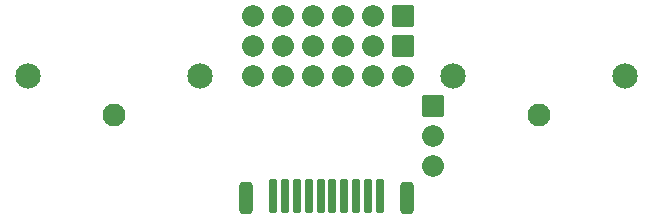
<source format=gbr>
%TF.GenerationSoftware,KiCad,Pcbnew,(6.0.5-0)*%
%TF.CreationDate,2022-10-30T13:02:09-07:00*%
%TF.ProjectId,hdmi-trident,68646d69-2d74-4726-9964-656e742e6b69,rev?*%
%TF.SameCoordinates,PX754d4c0PY6590fa0*%
%TF.FileFunction,Soldermask,Top*%
%TF.FilePolarity,Negative*%
%FSLAX46Y46*%
G04 Gerber Fmt 4.6, Leading zero omitted, Abs format (unit mm)*
G04 Created by KiCad (PCBNEW (6.0.5-0)) date 2022-10-30 13:02:09*
%MOMM*%
%LPD*%
G01*
G04 APERTURE LIST*
G04 Aperture macros list*
%AMRoundRect*
0 Rectangle with rounded corners*
0 $1 Rounding radius*
0 $2 $3 $4 $5 $6 $7 $8 $9 X,Y pos of 4 corners*
0 Add a 4 corners polygon primitive as box body*
4,1,4,$2,$3,$4,$5,$6,$7,$8,$9,$2,$3,0*
0 Add four circle primitives for the rounded corners*
1,1,$1+$1,$2,$3*
1,1,$1+$1,$4,$5*
1,1,$1+$1,$6,$7*
1,1,$1+$1,$8,$9*
0 Add four rect primitives between the rounded corners*
20,1,$1+$1,$2,$3,$4,$5,0*
20,1,$1+$1,$4,$5,$6,$7,0*
20,1,$1+$1,$6,$7,$8,$9,0*
20,1,$1+$1,$8,$9,$2,$3,0*%
G04 Aperture macros list end*
%ADD10RoundRect,0.076200X-0.850000X-0.850000X0.850000X-0.850000X0.850000X0.850000X-0.850000X0.850000X0*%
%ADD11O,1.852400X1.852400*%
%ADD12RoundRect,0.201200X-0.125000X-1.275000X0.125000X-1.275000X0.125000X1.275000X-0.125000X1.275000X0*%
%ADD13RoundRect,0.326200X-0.250000X-1.050000X0.250000X-1.050000X0.250000X1.050000X-0.250000X1.050000X0*%
%ADD14C,2.152400*%
%ADD15C,1.952400*%
%ADD16RoundRect,0.076200X-0.850000X0.850000X-0.850000X-0.850000X0.850000X-0.850000X0.850000X0.850000X0*%
G04 APERTURE END LIST*
D10*
%TO.C,J6*%
X36007000Y9122000D03*
D11*
X36007000Y6582000D03*
X36007000Y4042000D03*
%TD*%
D12*
%TO.C,J5*%
X22500000Y1500000D03*
X23500000Y1500000D03*
X24500000Y1500000D03*
X25500000Y1500000D03*
X26500000Y1500000D03*
X27500000Y1500000D03*
X28500000Y1500000D03*
X29500000Y1500000D03*
X30500000Y1500000D03*
X31500000Y1500000D03*
D13*
X33775000Y1400000D03*
X20225000Y1400000D03*
%TD*%
D14*
%TO.C,J1*%
X16250000Y11700000D03*
D15*
X9000000Y8400000D03*
D14*
X1750000Y11700000D03*
%TD*%
%TO.C,J2*%
X52250000Y11700000D03*
D15*
X45000000Y8400000D03*
D14*
X37750000Y11700000D03*
%TD*%
D11*
%TO.C,J3*%
X20767000Y11662000D03*
X20767000Y14202000D03*
X23307000Y11662000D03*
X23307000Y14202000D03*
X25847000Y11662000D03*
X25847000Y14202000D03*
X28387000Y11662000D03*
X28387000Y14202000D03*
X30927000Y11662000D03*
X30927000Y14202000D03*
X33467000Y11662000D03*
D16*
X33467000Y14202000D03*
%TD*%
D11*
%TO.C,J4*%
X20767000Y16742000D03*
X23307000Y16742000D03*
X25847000Y16742000D03*
X28387000Y16742000D03*
X30927000Y16742000D03*
D16*
X33467000Y16742000D03*
%TD*%
M02*

</source>
